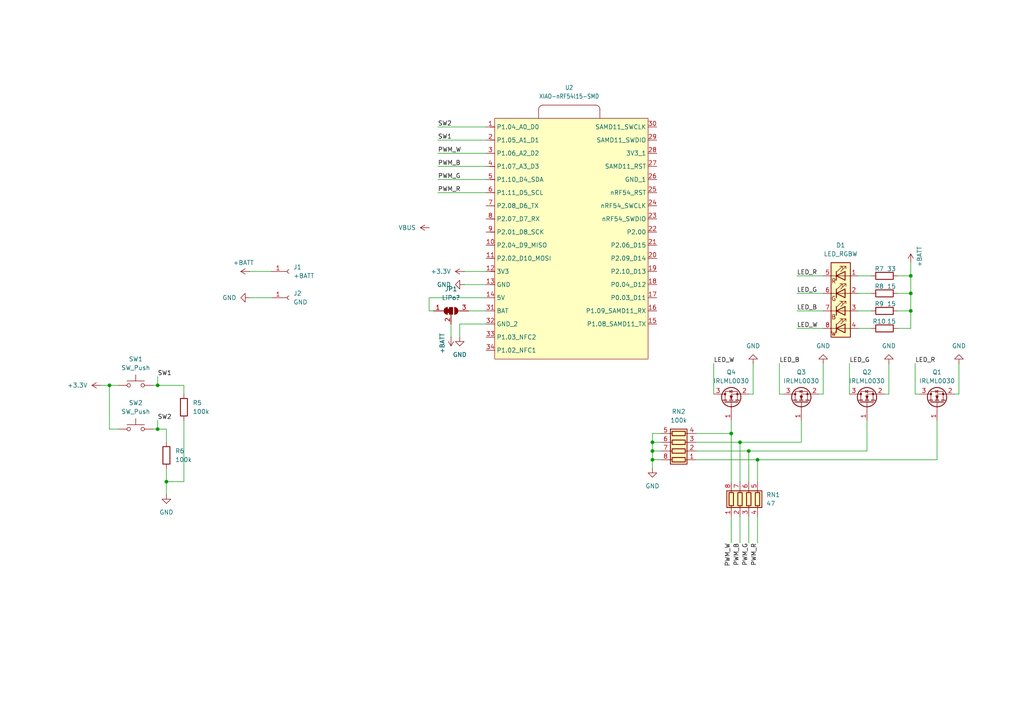
<source format=kicad_sch>
(kicad_sch (version 20250114) (generator "eeschema") (generator_version "9.0")
  (paper "A4")
  (title_block (title "LightStick Main"))
  (lib_symbols
    (symbol "Connector:Conn_01x01_Socket" (pin_names (offset 1.016) (hide yes))
      (property "Reference" "J" (at 0 2.54 0))
      (property "Value" "Conn_01x01_Socket" (at 0 -2.54 0))
      (symbol "Conn_01x01_Socket_1_1"
        (polyline (pts (xy -1.27 0) (xy -0.508 0)) (stroke (width 0.1524)))
        (arc (start 0 -0.508) (mid -0.5058 0) (end 0 0.508) (stroke (width 0.1524)))
        (pin passive line (at -5.08 0 0) (length 3.81) (name "Pin_1") (number "1"))
      )
    )
    (symbol "Device:R" (pin_numbers (hide yes)) (pin_names (offset 0))
      (property "Reference" "R" (at 2.032 0 90))
      (property "Value" "R" (at 0 0 90))
      (symbol "R_0_1"
        (rectangle (start -1.016 -2.54) (end 1.016 2.54) (stroke (width 0.254)))
      )
      (symbol "R_1_1"
        (pin passive line (at 0 3.81 270) (length 1.27) (name "~") (number "1"))
        (pin passive line (at 0 -3.81 90) (length 1.27) (name "~") (number "2"))
      )
    )
    (symbol "Device:R_Pack04" (pin_names (offset 0) (hide yes))
      (property "Reference" "RN" (at -7.62 0 90))
      (property "Value" "R_Pack04" (at 5.08 0 90))
      (symbol "R_Pack04_0_1"
        (rectangle (start -6.35 -2.413) (end 3.81 2.413) (stroke (width 0.254)) (fill (type background)))
        (rectangle (start -5.715 1.905) (end -4.445 -1.905) (stroke (width 0.254)))
        (polyline (pts (xy -5.08 1.905) (xy -5.08 2.54)))
        (polyline (pts (xy -5.08 -2.54) (xy -5.08 -1.905)))
        (rectangle (start -3.175 1.905) (end -1.905 -1.905) (stroke (width 0.254)))
        (polyline (pts (xy -2.54 1.905) (xy -2.54 2.54)))
        (polyline (pts (xy -2.54 -2.54) (xy -2.54 -1.905)))
        (rectangle (start -0.635 1.905) (end 0.635 -1.905) (stroke (width 0.254)))
        (polyline (pts (xy 0 1.905) (xy 0 2.54)))
        (polyline (pts (xy 0 -2.54) (xy 0 -1.905)))
        (rectangle (start 1.905 1.905) (end 3.175 -1.905) (stroke (width 0.254)))
        (polyline (pts (xy 2.54 1.905) (xy 2.54 2.54)))
        (polyline (pts (xy 2.54 -2.54) (xy 2.54 -1.905)))
      )
      (symbol "R_Pack04_1_1"
        (pin passive line (at -5.08 5.08 270) (length 2.54) (name "R1.2") (number "8"))
        (pin passive line (at -5.08 -5.08 90) (length 2.54) (name "R1.1") (number "1"))
        (pin passive line (at -2.54 5.08 270) (length 2.54) (name "R2.2") (number "7"))
        (pin passive line (at -2.54 -5.08 90) (length 2.54) (name "R2.1") (number "2"))
        (pin passive line (at 0 5.08 270) (length 2.54) (name "R3.2") (number "6"))
        (pin passive line (at 0 -5.08 90) (length 2.54) (name "R3.1") (number "3"))
        (pin passive line (at 2.54 5.08 270) (length 2.54) (name "R4.2") (number "5"))
        (pin passive line (at 2.54 -5.08 90) (length 2.54) (name "R4.1") (number "4"))
      )
    )
    (symbol "Jumper:SolderJumper_3_Bridged12" (pin_names (offset 0) (hide yes)) (in_bom no)
      (property "Reference" "JP" (at -2.54 -2.54 0))
      (property "Value" "SolderJumper_3_Bridged12" (at 0 2.794 0))
      (symbol "SolderJumper_3_Bridged12_0_1"
        (polyline (pts (xy -2.54 0) (xy -2.032 0)))
        (polyline (pts (xy -1.016 1.016) (xy -1.016 -1.016)))
        (rectangle (start -1.016 0.508) (end -0.508 -0.508) (fill (type outline)))
        (arc (start -1.016 -1.016) (mid -2.0276 0) (end -1.016 1.016))
        (arc (start -1.016 -1.016) (mid -2.0276 0) (end -1.016 1.016) (fill (type outline)))
        (rectangle (start -0.508 1.016) (end 0.508 -1.016) (fill (type outline)))
        (polyline (pts (xy 0 -1.27) (xy 0 -1.016)))
        (arc (start 1.016 1.016) (mid 2.0276 0) (end 1.016 -1.016))
        (arc (start 1.016 1.016) (mid 2.0276 0) (end 1.016 -1.016) (fill (type outline)))
        (polyline (pts (xy 1.016 1.016) (xy 1.016 -1.016)))
        (polyline (pts (xy 2.54 0) (xy 2.032 0)))
      )
      (symbol "SolderJumper_3_Bridged12_1_1"
        (pin passive line (at -5.08 0 0) (length 2.54) (name "A") (number "1"))
        (pin passive line (at 0 -3.81 90) (length 2.54) (name "C") (number "2"))
        (pin passive line (at 5.08 0 180) (length 2.54) (name "B") (number "3"))
      )
    )
    (symbol "Seeed_Studio_XIAO_Series:XIAO-nRF54l15-SMD"
      (property "Reference" "U21" (at -0.0381 38.1 0))
      (property "Value" "XIAO-nRF54l15-SMD" (at -2.032 -39.116 0))
      (symbol "XIAO-nRF54l15-SMD_0_1"
        (rectangle (start -21.59 33.02) (end 22.86 -36.83) (fill (type background)))
      )
      (symbol "XIAO-nRF54l15-SMD_1_0"
        (polyline (pts (xy -22.86 3.81) (xy -21.59 3.81)) (stroke (width 0.1524)))
        (polyline (pts (xy -22.86 0) (xy -21.59 0)) (stroke (width 0.1524)))
        (polyline (pts (xy -22.86 -3.81) (xy -21.59 -3.81)) (stroke (width 0.1524)))
        (polyline (pts (xy -22.86 -7.62) (xy -21.59 -7.62)) (stroke (width 0.1524)))
        (polyline (pts (xy -22.86 -11.43) (xy -21.59 -11.43)) (stroke (width 0.1524)))
        (polyline (pts (xy -22.86 -15.24) (xy -21.59 -15.24)) (stroke (width 0.1524)))
        (polyline (pts (xy -22.86 -19.05) (xy -21.59 -19.05)) (stroke (width 0.1524)))
        (polyline (pts (xy -21.59 30.48) (xy -22.86 30.48)) (stroke (width 0.1524)))
        (polyline (pts (xy -21.59 26.67) (xy -22.86 26.67)) (stroke (width 0.1524)))
        (polyline (pts (xy -21.59 22.86) (xy -22.86 22.86)) (stroke (width 0.1524)))
        (polyline (pts (xy -21.59 19.05) (xy -22.86 19.05)) (stroke (width 0.1524)))
        (polyline (pts (xy -21.59 15.24) (xy -22.86 15.24)) (stroke (width 0.1524)))
        (polyline (pts (xy -21.59 11.43) (xy -22.86 11.43)) (stroke (width 0.1524)))
        (polyline (pts (xy -21.59 7.62) (xy -22.86 7.62)) (stroke (width 0.1524)))
        (pin passive line (at -24.13 30.48 0) (length 2.54) (name "P1.04_A0_D0") (number "1"))
        (pin passive line (at -24.13 26.67 0) (length 2.54) (name "P1.05_A1_D1") (number "2"))
        (pin passive line (at -24.13 22.86 0) (length 2.54) (name "P1.06_A2_D2") (number "3"))
        (pin passive line (at -24.13 19.05 0) (length 2.54) (name "P1.07_A3_D3") (number "4"))
        (pin passive line (at -24.13 15.24 0) (length 2.54) (name "P1.10_D4_SDA") (number "5"))
        (pin passive line (at -24.13 11.43 0) (length 2.54) (name "P1.11_D5_SCL") (number "6"))
        (pin passive line (at -24.13 7.62 0) (length 2.54) (name "P2.08_D6_TX") (number "7"))
        (pin passive line (at -24.13 3.81 0) (length 2.54) (name "P2.07_D7_RX") (number "8"))
        (pin passive line (at -24.13 0 0) (length 2.54) (name "P2.01_D8_SCK") (number "9"))
        (pin passive line (at -24.13 -3.81 0) (length 2.54) (name "P2.04_D9_MISO") (number "10"))
        (pin passive line (at -24.13 -7.62 0) (length 2.54) (name "P2.02_D10_MOSI") (number "11"))
        (pin passive line (at -24.13 -11.43 0) (length 2.54) (name "3V3") (number "12"))
        (pin passive line (at -24.13 -15.24 0) (length 2.54) (name "GND") (number "13"))
        (pin passive line (at -24.13 -19.05 0) (length 2.54) (name "5V") (number "14"))
      )
      (symbol "XIAO-nRF54l15-SMD_1_1"
        (polyline (pts (xy -8.89 35.56) (xy -8.89 33.02)))
        (polyline (pts (xy -7.62 36.83) (xy 7.62 36.83)))
        (arc (start -8.89 35.56) (mid -8.518 36.458) (end -7.62 36.83))
        (arc (start 7.62 36.83) (mid 7.62 36.83) (end 7.62 36.83))
        (arc (start 7.62 36.83) (mid 8.518 36.458) (end 8.89 35.56))
        (polyline (pts (xy 8.89 35.56) (xy 8.89 33.02)))
        (arc (start 8.89 35.56) (mid 8.89 35.56) (end 8.89 35.56))
        (pin passive line (at -24.13 -22.86 0) (length 2.54) (name "BAT") (number "31"))
        (pin passive line (at -24.13 -26.67 0) (length 2.54) (name "GND_2") (number "32"))
        (pin passive line (at -24.13 -30.48 0) (length 2.54) (name "P1.03_NFC2") (number "33"))
        (pin passive line (at -24.13 -34.29 0) (length 2.54) (name "P1.02_NFC1") (number "34"))
        (pin passive line (at 25.4 30.48 180) (length 2.54) (name "SAMD11_SWCLK") (number "30"))
        (pin passive line (at 25.4 26.67 180) (length 2.54) (name "SAMD11_SWDIO") (number "29"))
        (pin passive line (at 25.4 22.86 180) (length 2.54) (name "3V3_1") (number "28"))
        (pin passive line (at 25.4 19.05 180) (length 2.54) (name "SAMD11_RST") (number "27"))
        (pin passive line (at 25.4 15.24 180) (length 2.54) (name "GND_1") (number "26"))
        (pin passive line (at 25.4 11.43 180) (length 2.54) (name "nRF54_RST") (number "25"))
        (pin passive line (at 25.4 7.62 180) (length 2.54) (name "nRF54_SWCLK") (number "24"))
        (pin passive line (at 25.4 3.81 180) (length 2.54) (name "nRF54_SWDIO") (number "23"))
        (pin passive line (at 25.4 0 180) (length 2.54) (name "P2.00") (number "22"))
        (pin passive line (at 25.4 -3.81 180) (length 2.54) (name "P2.06_D15") (number "21"))
        (pin passive line (at 25.4 -7.62 180) (length 2.54) (name "P2.09_D14") (number "20"))
        (pin passive line (at 25.4 -11.43 180) (length 2.54) (name "P2.10_D13") (number "19"))
        (pin passive line (at 25.4 -15.24 180) (length 2.54) (name "P0.04_D12") (number "18"))
        (pin passive line (at 25.4 -19.05 180) (length 2.54) (name "P0.03_D11") (number "17"))
        (pin passive line (at 25.4 -22.86 180) (length 2.54) (name "P1.09_SAMD11_RX") (number "16"))
        (pin passive line (at 25.4 -26.67 180) (length 2.54) (name "P1.08_SAMD11_TX") (number "15"))
      )
    )
    (symbol "Switch:SW_Push" (pin_numbers (hide yes)) (pin_names (offset 1.016) (hide yes))
      (property "Reference" "SW" (at 1.27 2.54 0))
      (property "Value" "SW_Push" (at 0 -1.524 0))
      (symbol "SW_Push_0_1"
        (circle (center -2.032 0) (radius 0.508))
        (polyline (pts (xy 0 1.27) (xy 0 3.048)))
        (circle (center 2.032 0) (radius 0.508))
        (polyline (pts (xy 2.54 1.27) (xy -2.54 1.27)))
        (pin passive line (at -5.08 0 0) (length 2.54) (name "1") (number "1"))
        (pin passive line (at 5.08 0 180) (length 2.54) (name "2") (number "2"))
      )
    )
    (symbol "Transistor_FET:IRLML0030" (pin_names (offset 0) (hide yes))
      (property "Reference" "Q" (at 5.08 1.905 0))
      (property "Value" "IRLML0030" (at 5.08 0 0))
      (symbol "IRLML0030_0_1"
        (polyline (pts (xy 0.254 1.905) (xy 0.254 -1.905)) (stroke (width 0.254)))
        (polyline (pts (xy 0.254 0) (xy -2.54 0)))
        (polyline (pts (xy 0.762 2.286) (xy 0.762 1.27)) (stroke (width 0.254)))
        (polyline (pts (xy 0.762 0.508) (xy 0.762 -0.508)) (stroke (width 0.254)))
        (polyline (pts (xy 0.762 -1.27) (xy 0.762 -2.286)) (stroke (width 0.254)))
        (polyline (pts (xy 0.762 -1.778) (xy 3.302 -1.778) (xy 3.302 1.778) (xy 0.762 1.778)))
        (polyline (pts (xy 1.016 0) (xy 2.032 0.381) (xy 2.032 -0.381) (xy 1.016 0)) (fill (type outline)))
        (circle (center 1.651 0) (radius 2.794) (stroke (width 0.254)))
        (polyline (pts (xy 2.54 2.54) (xy 2.54 1.778)))
        (circle (center 2.54 1.778) (radius 0.254) (fill (type outline)))
        (circle (center 2.54 -1.778) (radius 0.254) (fill (type outline)))
        (polyline (pts (xy 2.54 -2.54) (xy 2.54 0) (xy 0.762 0)))
        (polyline (pts (xy 2.921 0.381) (xy 3.683 0.381)))
        (polyline (pts (xy 3.302 0.381) (xy 2.921 -0.254) (xy 3.683 -0.254) (xy 3.302 0.381)))
      )
      (symbol "IRLML0030_1_1"
        (pin input line (at -5.08 0 0) (length 2.54) (name "G") (number "1"))
        (pin passive line (at 2.54 5.08 270) (length 2.54) (name "D") (number "3"))
        (pin passive line (at 2.54 -5.08 90) (length 2.54) (name "S") (number "2"))
      )
    )
    (symbol "parts:LED_RGBW" (pin_names (offset 0) (hide yes))
      (property "Reference" "D" (at 0 15.24 0))
      (property "Value" "LED_RGBW" (at 0 -8.89 0))
      (symbol "LED_RGBW_0_0"
        (text "R" (at -2.032 8.636 0) (effects (font (size 1.27 1.27))))
        (text "G" (at -2.032 3.556 0) (effects (font (size 1.27 1.27))))
        (text "B" (at -2.032 -1.778 0) (effects (font (size 1.27 1.27))))
      )
      (symbol "LED_RGBW_0_1"
        (rectangle (start -2.794 13.97) (end 2.794 -7.62) (stroke (width 0.254)) (fill (type background)))
        (polyline (pts (xy -1.27 11.43) (xy -1.27 8.89)) (stroke (width 0.254)))
        (polyline (pts (xy -1.27 10.16) (xy -2.54 10.16)))
        (polyline (pts (xy -1.27 10.16) (xy 1.27 10.16)))
        (polyline (pts (xy -1.27 6.35) (xy -1.27 3.81)) (stroke (width 0.254)))
        (polyline (pts (xy -1.27 6.35) (xy -1.27 3.81) (xy -1.27 3.81)))
        (polyline (pts (xy -1.27 5.08) (xy -2.54 5.08)))
        (polyline (pts (xy -1.27 5.08) (xy 1.27 5.08)))
        (polyline (pts (xy -1.27 1.27) (xy -1.27 -1.27)) (stroke (width 0.254)))
        (polyline (pts (xy -1.27 1.27) (xy -1.27 -1.27) (xy -1.27 -1.27)))
        (polyline (pts (xy -1.27 0) (xy -2.54 0)))
        (polyline (pts (xy -1.27 -3.81) (xy -1.27 -6.35)) (stroke (width 0.254)))
        (polyline (pts (xy -1.27 -5.08) (xy -2.54 -5.08)))
        (polyline (pts (xy -1.27 -5.08) (xy 1.27 -5.08)))
        (polyline (pts (xy -1.016 11.43) (xy 0.508 12.954) (xy -0.254 12.954) (xy 0.508 12.954) (xy 0.508 12.192)))
        (polyline (pts (xy -1.016 6.35) (xy 0.508 7.874) (xy -0.254 7.874) (xy 0.508 7.874) (xy 0.508 7.112)))
        (polyline (pts (xy -1.016 1.27) (xy 0.508 2.794) (xy -0.254 2.794) (xy 0.508 2.794) (xy 0.508 2.032)))
        (polyline (pts (xy -1.016 -3.81) (xy 0.508 -2.286) (xy -0.254 -2.286) (xy 0.508 -2.286) (xy 0.508 -3.048)))
        (polyline (pts (xy 0 11.43) (xy 1.524 12.954) (xy 0.762 12.954) (xy 1.524 12.954) (xy 1.524 12.192)))
        (polyline (pts (xy 0 6.35) (xy 1.524 7.874) (xy 0.762 7.874) (xy 1.524 7.874) (xy 1.524 7.112)))
        (polyline (pts (xy 0 1.27) (xy 1.524 2.794) (xy 0.762 2.794) (xy 1.524 2.794) (xy 1.524 2.032)))
        (polyline (pts (xy 0 -3.81) (xy 1.524 -2.286) (xy 0.762 -2.286) (xy 1.524 -2.286) (xy 1.524 -3.048)))
        (polyline (pts (xy 1.27 11.43) (xy 1.27 8.89) (xy -1.27 10.16) (xy 1.27 11.43)) (stroke (width 0.254)))
        (polyline (pts (xy 1.27 10.16) (xy 2.54 10.16)))
        (polyline (pts (xy 1.27 6.35) (xy 1.27 3.81) (xy -1.27 5.08) (xy 1.27 6.35)) (stroke (width 0.254)))
        (rectangle (start 1.27 6.35) (end 1.27 6.35))
        (polyline (pts (xy 1.27 5.08) (xy 2.54 5.08)))
        (rectangle (start 1.27 3.81) (end 1.27 6.35))
        (polyline (pts (xy 1.27 1.27) (xy 1.27 -1.27) (xy -1.27 0) (xy 1.27 1.27)) (stroke (width 0.254)))
        (rectangle (start 1.27 1.27) (end 1.27 1.27))
        (polyline (pts (xy 1.27 0) (xy -1.27 0)))
        (polyline (pts (xy 1.27 0) (xy 2.54 0)))
        (rectangle (start 1.27 -1.27) (end 1.27 1.27))
        (polyline (pts (xy 1.27 -3.81) (xy 1.27 -6.35) (xy -1.27 -5.08) (xy 1.27 -3.81)) (stroke (width 0.254)))
        (polyline (pts (xy 1.27 -5.08) (xy 2.54 -5.08)))
      )
      (symbol "LED_RGBW_1_1"
        (text "W" (at -2.032 -6.604 0) (effects (font (size 1.27 1.27))))
        (pin passive line (at -5.08 10.16 0) (length 2.54) (name "RK") (number "5"))
        (pin passive line (at -5.08 5.08 0) (length 2.54) (name "GK") (number "6"))
        (pin passive line (at -5.08 0 0) (length 2.54) (name "BK") (number "7"))
        (pin passive line (at -5.08 -5.08 0) (length 2.54) (name "WK") (number "8"))
        (pin passive line (at 5.08 10.16 180) (length 2.54) (name "RA") (number "1"))
        (pin passive line (at 5.08 5.08 180) (length 2.54) (name "GA") (number "2"))
        (pin passive line (at 5.08 0 180) (length 2.54) (name "BA") (number "3"))
        (pin passive line (at 5.08 -5.08 180) (length 2.54) (name "WA") (number "4"))
      )
    )
    (symbol "power:+3.3V" (power) (pin_numbers (hide yes)) (pin_names (offset 0) (hide yes))
      (property "Value" "+3.3V" (at 0 3.556 0))
      (symbol "+3.3V_0_1"
        (polyline (pts (xy -0.762 1.27) (xy 0 2.54)))
        (polyline (pts (xy 0 2.54) (xy 0.762 1.27)))
        (polyline (pts (xy 0 0) (xy 0 2.54)))
      )
      (symbol "+3.3V_1_1"
        (pin power_in line (at 0 0 90) (length 0) (name "~") (number "1"))
      )
    )
    (symbol "power:+BATT" (power) (pin_numbers (hide yes)) (pin_names (offset 0) (hide yes))
      (property "Value" "+BATT" (at 0 3.556 0))
      (symbol "+BATT_0_1"
        (polyline (pts (xy -0.762 1.27) (xy 0 2.54)))
        (polyline (pts (xy 0 2.54) (xy 0.762 1.27)))
        (polyline (pts (xy 0 0) (xy 0 2.54)))
      )
      (symbol "+BATT_1_1"
        (pin power_in line (at 0 0 90) (length 0) (name "~") (number "1"))
      )
    )
    (symbol "power:GND" (power) (pin_numbers (hide yes)) (pin_names (offset 0) (hide yes))
      (property "Value" "GND" (at 0 -3.81 0))
      (symbol "GND_0_1"
        (polyline (pts (xy 0 0) (xy 0 -1.27) (xy 1.27 -1.27) (xy 0 -2.54) (xy -1.27 -1.27) (xy 0 -1.27)))
      )
      (symbol "GND_1_1"
        (pin power_in line (at 0 0 270) (length 0) (name "~") (number "1"))
      )
    )
    (symbol "power:VBUS" (power) (pin_numbers (hide yes)) (pin_names (offset 0) (hide yes))
      (property "Value" "VBUS" (at 0 3.556 0))
      (symbol "VBUS_0_1"
        (polyline (pts (xy -0.762 1.27) (xy 0 2.54)))
        (polyline (pts (xy 0 2.54) (xy 0.762 1.27)))
        (polyline (pts (xy 0 0) (xy 0 2.54)))
      )
      (symbol "VBUS_1_1"
        (pin power_in line (at 0 0 90) (length 0) (name "~") (number "1"))
      )
    )
  )
  (junction (at 189.23 130.81))
  (junction (at 219.71 133.35))
  (junction (at 45.72 111.76))
  (junction (at 212.09 125.73))
  (junction (at 189.23 133.35))
  (junction (at 264.16 85.09))
  (junction (at 264.16 80.01))
  (junction (at 48.26 139.7))
  (junction (at 45.72 124.46))
  (junction (at 264.16 90.17))
  (junction (at 31.75 111.76))
  (junction (at 189.23 128.27))
  (junction (at 214.63 128.27))
  (junction (at 217.17 130.81))
  (wire (pts (xy 218.44 114.3) (xy 217.17 114.3)))
  (wire (pts (xy 127 48.26) (xy 140.97 48.26)))
  (wire (pts (xy 214.63 128.27) (xy 214.63 139.7)))
  (wire (pts (xy 127 36.83) (xy 140.97 36.83)))
  (wire (pts (xy 134.62 78.74) (xy 140.97 78.74)))
  (wire (pts (xy 72.39 86.36) (xy 78.74 86.36)))
  (wire (pts (xy 189.23 128.27) (xy 189.23 130.81)))
  (wire (pts (xy 231.14 80.01) (xy 238.76 80.01)))
  (wire (pts (xy 201.93 128.27) (xy 214.63 128.27)))
  (wire (pts (xy 257.81 105.41) (xy 257.81 114.3)))
  (wire (pts (xy 133.35 97.79) (xy 133.35 93.98)))
  (wire (pts (xy 260.35 85.09) (xy 264.16 85.09)))
  (wire (pts (xy 29.21 111.76) (xy 31.75 111.76)))
  (wire (pts (xy 214.63 157.48) (xy 214.63 149.86)))
  (wire (pts (xy 231.14 95.25) (xy 238.76 95.25)))
  (wire (pts (xy 231.14 85.09) (xy 238.76 85.09)))
  (wire (pts (xy 191.77 130.81) (xy 189.23 130.81)))
  (wire (pts (xy 248.92 90.17) (xy 252.73 90.17)))
  (wire (pts (xy 130.81 97.79) (xy 130.81 93.98)))
  (wire (pts (xy 191.77 128.27) (xy 189.23 128.27)))
  (wire (pts (xy 278.13 105.41) (xy 278.13 114.3)))
  (wire (pts (xy 226.06 114.3) (xy 227.33 114.3)))
  (wire (pts (xy 135.89 90.17) (xy 140.97 90.17)))
  (wire (pts (xy 189.23 133.35) (xy 189.23 135.89)))
  (wire (pts (xy 45.72 109.22) (xy 45.72 111.76)))
  (wire (pts (xy 217.17 157.48) (xy 217.17 149.86)))
  (wire (pts (xy 264.16 80.01) (xy 264.16 76.2)))
  (wire (pts (xy 214.63 128.27) (xy 232.41 128.27)))
  (wire (pts (xy 217.17 130.81) (xy 251.46 130.81)))
  (wire (pts (xy 201.93 133.35) (xy 219.71 133.35)))
  (wire (pts (xy 231.14 90.17) (xy 238.76 90.17)))
  (wire (pts (xy 219.71 133.35) (xy 271.78 133.35)))
  (wire (pts (xy 48.26 139.7) (xy 48.26 143.51)))
  (wire (pts (xy 189.23 130.81) (xy 189.23 133.35)))
  (wire (pts (xy 212.09 125.73) (xy 212.09 121.92)))
  (wire (pts (xy 133.35 93.98) (xy 140.97 93.98)))
  (wire (pts (xy 31.75 124.46) (xy 31.75 111.76)))
  (wire (pts (xy 201.93 130.81) (xy 217.17 130.81)))
  (wire (pts (xy 45.72 124.46) (xy 48.26 124.46)))
  (wire (pts (xy 48.26 139.7) (xy 48.26 135.89)))
  (wire (pts (xy 219.71 157.48) (xy 219.71 149.86)))
  (wire (pts (xy 264.16 90.17) (xy 264.16 95.25)))
  (wire (pts (xy 260.35 80.01) (xy 264.16 80.01)))
  (wire (pts (xy 191.77 133.35) (xy 189.23 133.35)))
  (wire (pts (xy 257.81 114.3) (xy 256.54 114.3)))
  (wire (pts (xy 218.44 105.41) (xy 218.44 114.3)))
  (wire (pts (xy 53.34 139.7) (xy 48.26 139.7)))
  (wire (pts (xy 48.26 124.46) (xy 48.26 128.27)))
  (wire (pts (xy 127 55.88) (xy 140.97 55.88)))
  (wire (pts (xy 127 44.45) (xy 140.97 44.45)))
  (wire (pts (xy 31.75 111.76) (xy 34.29 111.76)))
  (wire (pts (xy 271.78 133.35) (xy 271.78 121.92)))
  (wire (pts (xy 124.46 86.36) (xy 124.46 90.17)))
  (wire (pts (xy 140.97 86.36) (xy 124.46 86.36)))
  (wire (pts (xy 72.39 78.74) (xy 78.74 78.74)))
  (wire (pts (xy 238.76 105.41) (xy 238.76 114.3)))
  (wire (pts (xy 34.29 124.46) (xy 31.75 124.46)))
  (wire (pts (xy 207.01 105.41) (xy 207.01 114.3)))
  (wire (pts (xy 212.09 125.73) (xy 212.09 139.7)))
  (wire (pts (xy 212.09 157.48) (xy 212.09 149.86)))
  (wire (pts (xy 44.45 111.76) (xy 45.72 111.76)))
  (wire (pts (xy 248.92 95.25) (xy 252.73 95.25)))
  (wire (pts (xy 127 40.64) (xy 140.97 40.64)))
  (wire (pts (xy 45.72 121.92) (xy 45.72 124.46)))
  (wire (pts (xy 248.92 80.01) (xy 252.73 80.01)))
  (wire (pts (xy 53.34 111.76) (xy 53.34 114.3)))
  (wire (pts (xy 238.76 114.3) (xy 237.49 114.3)))
  (wire (pts (xy 53.34 121.92) (xy 53.34 139.7)))
  (wire (pts (xy 265.43 105.41) (xy 265.43 114.3)))
  (wire (pts (xy 44.45 124.46) (xy 45.72 124.46)))
  (wire (pts (xy 232.41 128.27) (xy 232.41 121.92)))
  (wire (pts (xy 134.62 82.55) (xy 140.97 82.55)))
  (wire (pts (xy 191.77 125.73) (xy 189.23 125.73)))
  (wire (pts (xy 246.38 105.41) (xy 246.38 114.3)))
  (wire (pts (xy 251.46 130.81) (xy 251.46 121.92)))
  (wire (pts (xy 124.46 90.17) (xy 125.73 90.17)))
  (wire (pts (xy 189.23 125.73) (xy 189.23 128.27)))
  (wire (pts (xy 260.35 95.25) (xy 264.16 95.25)))
  (wire (pts (xy 248.92 85.09) (xy 252.73 85.09)))
  (wire (pts (xy 226.06 105.41) (xy 226.06 114.3)))
  (wire (pts (xy 45.72 111.76) (xy 53.34 111.76)))
  (wire (pts (xy 217.17 130.81) (xy 217.17 139.7)))
  (wire (pts (xy 264.16 85.09) (xy 264.16 90.17)))
  (wire (pts (xy 265.43 114.3) (xy 266.7 114.3)))
  (wire (pts (xy 264.16 85.09) (xy 264.16 80.01)))
  (wire (pts (xy 278.13 114.3) (xy 276.86 114.3)))
  (wire (pts (xy 260.35 90.17) (xy 264.16 90.17)))
  (wire (pts (xy 219.71 133.35) (xy 219.71 139.7)))
  (wire (pts (xy 127 52.07) (xy 140.97 52.07)))
  (wire (pts (xy 201.93 125.73) (xy 212.09 125.73)))
  (label "PWM_W" (at 127 44.45 0))
  (label "LED_B" (at 226.06 105.41 0))
  (label "LED_G" (at 246.38 105.41 0))
  (label "LED_B" (at 231.14 90.17 0))
  (label "PWM_B" (at 127 48.26 0))
  (label "PWM_B" (at 214.63 157.48 270))
  (label "PWM_G" (at 127 52.07 0))
  (label "LED_W" (at 207.01 105.41 0))
  (label "SW2" (at 127 36.83 0))
  (label "PWM_G" (at 217.17 157.48 270))
  (label "LED_R" (at 265.43 105.41 0))
  (label "PWM_R" (at 219.71 157.48 270))
  (label "SW1" (at 45.72 109.22 0))
  (label "SW1" (at 127 40.64 0))
  (label "LED_W" (at 231.14 95.25 0))
  (label "PWM_W" (at 212.09 157.48 270))
  (label "LED_G" (at 231.14 85.09 0))
  (label "LED_R" (at 231.14 80.01 0))
  (label "SW2" (at 45.72 121.92 0))
  (label "PWM_R" (at 127 55.88 0))
  (symbol (lib_id "parts:LED_RGBW") (at 243.84 90.17 0) (unit 1)
    (property "Reference" "D1" (at 243.84 71.12 0))
    (property "Value" "LED_RGBW" (at 243.84 73.66 0))
    (property "Footprint" "parts:XL-5050RGBW" (effects (hide yes)))
    (property "Description" "RGB LED, anode/blue/green/red" (effects (hide yes)))
  )
  (symbol (lib_id "power:GND") (at 257.81 105.41 180) (unit 1)
    (property "Reference" "#PWR013" (effects (hide yes)))
    (property "Value" "GND" (at 257.81 100.33 0))
    (property "Description" "Power symbol creates a global label with name \"GND\" , ground" (effects (hide yes)))
  )
  (symbol (lib_id "Device:R") (at 48.26 132.08 0) (unit 1)
    (property "Reference" "R6" (at 50.8 130.8099 0) (effects (justify left)))
    (property "Value" "100k" (at 50.8 133.3499 0) (effects (justify left)))
    (property "Footprint" "Resistor_SMD:R_0603_1608Metric_Pad0.98x0.95mm_HandSolder" (effects (hide yes)))
    (property "Description" "Resistor" (effects (hide yes)))
  )
  (symbol (lib_id "Seeed_Studio_XIAO_Series:XIAO-nRF54l15-SMD") (at 165.1 67.31 0) (unit 1)
    (property "Reference" "U2" (at 165.0619 25.4 0) (effects (font (size 1.27 1.0795))))
    (property "Value" "XIAO-nRF54l15-SMD" (at 165.0619 27.94 0) (effects (font (size 1.27 1.0795))))
    (property "Footprint" "parts:XIAO-nRF54l15-SMD" (effects (hide yes)))
  )
  (symbol (lib_id "power:+BATT") (at 264.16 76.2 0) (unit 1)
    (property "Reference" "#PWR010" (effects (hide yes)))
    (property "Value" "+BATT" (at 266.7 74.422 90))
    (property "Description" "Power symbol creates a global label with name \"+BATT\"" (effects (hide yes)))
  )
  (symbol (lib_id "Transistor_FET:IRLML0030") (at 232.41 116.84 90) (unit 1)
    (property "Reference" "Q3" (at 232.41 107.95 90))
    (property "Value" "IRLML0030" (at 232.41 110.49 90))
    (property "Footprint" "Package_TO_SOT_SMD:SOT-23" (effects (hide yes)))
    (property "Datasheet" "https://www.infineon.com/dgdl/irlml0030pbf.pdf?fileId=5546d462533600a401535664773825df" (effects (hide yes)))
    (property "Description" "5.3A Id, 30V Vds, 27mOhm Rds, N-Channel HEXFET Power MOSFET, SOT-23" (effects (hide yes)))
  )
  (symbol (lib_id "power:+3.3V") (at 134.62 78.74 90) (unit 1)
    (property "Reference" "#PWR09" (effects (hide yes)))
    (property "Value" "+3.3V" (at 130.81 78.7399 90) (effects (justify left)))
    (property "Description" "Power symbol creates a global label with name \"+3.3V\"" (effects (hide yes)))
  )
  (symbol (lib_id "Device:R_Pack04") (at 217.17 144.78 0) (unit 1)
    (property "Reference" "RN1" (at 222.25 143.5099 0) (effects (justify left)))
    (property "Value" "47" (at 222.25 146.0499 0) (effects (justify left)))
    (property "Footprint" "Resistor_SMD:R_Array_Concave_4x0603" (effects (hide yes)))
    (property "Description" "4 resistor network, parallel topology" (effects (hide yes)))
  )
  (symbol (lib_id "power:GND") (at 48.26 143.51 0) (unit 1)
    (property "Reference" "#PWR07" (effects (hide yes)))
    (property "Value" "GND" (at 48.26 148.59 0))
    (property "Description" "Power symbol creates a global label with name \"GND\" , ground" (effects (hide yes)))
  )
  (symbol (lib_id "power:GND") (at 218.44 105.41 180) (unit 1)
    (property "Reference" "#PWR011" (effects (hide yes)))
    (property "Value" "GND" (at 218.44 100.33 0))
    (property "Description" "Power symbol creates a global label with name \"GND\" , ground" (effects (hide yes)))
  )
  (symbol (lib_id "power:GND") (at 72.39 86.36 270) (unit 1)
    (property "Reference" "#PWR05" (effects (hide yes)))
    (property "Value" "GND" (at 68.58 86.3599 90) (effects (justify right)))
    (property "Description" "Power symbol creates a global label with name \"GND\" , ground" (effects (hide yes)))
  )
  (symbol (lib_id "power:+3.3V") (at 29.21 111.76 90) (unit 1)
    (property "Reference" "#PWR08" (effects (hide yes)))
    (property "Value" "+3.3V" (at 25.4 111.7599 90) (effects (justify left)))
    (property "Description" "Power symbol creates a global label with name \"+3.3V\"" (effects (hide yes)))
  )
  (symbol (lib_id "Device:R") (at 256.54 95.25 90) (unit 1)
    (property "Reference" "R10" (at 255.016 93.218 90))
    (property "Value" "15" (at 258.572 93.218 90))
    (property "Footprint" "Resistor_SMD:R_0603_1608Metric_Pad0.98x0.95mm_HandSolder" (effects (hide yes)))
    (property "Description" "Resistor" (effects (hide yes)))
  )
  (symbol (lib_id "Switch:SW_Push") (at 39.37 111.76 0) (unit 1)
    (property "Reference" "SW1" (at 39.37 104.14 0))
    (property "Value" "SW_Push" (at 39.37 106.68 0))
    (property "Footprint" "Button_Switch_SMD:SW_SPST_PTS647_Sx38" (effects (hide yes)))
    (property "Description" "Push button switch, generic, two pins" (effects (hide yes)))
  )
  (symbol (lib_id "Device:R") (at 256.54 90.17 90) (unit 1)
    (property "Reference" "R9" (at 255.016 88.138 90))
    (property "Value" "15" (at 258.572 88.138 90))
    (property "Footprint" "Resistor_SMD:R_0603_1608Metric_Pad0.98x0.95mm_HandSolder" (effects (hide yes)))
    (property "Description" "Resistor" (effects (hide yes)))
  )
  (symbol (lib_id "power:GND") (at 238.76 105.41 180) (unit 1)
    (property "Reference" "#PWR012" (effects (hide yes)))
    (property "Value" "GND" (at 238.76 100.33 0))
    (property "Description" "Power symbol creates a global label with name \"GND\" , ground" (effects (hide yes)))
  )
  (symbol (lib_id "Device:R") (at 256.54 85.09 90) (unit 1)
    (property "Reference" "R8" (at 255.016 83.058 90))
    (property "Value" "15" (at 258.572 83.058 90))
    (property "Footprint" "Resistor_SMD:R_0603_1608Metric_Pad0.98x0.95mm_HandSolder" (effects (hide yes)))
    (property "Description" "Resistor" (effects (hide yes)))
  )
  (symbol (lib_id "Device:R") (at 53.34 118.11 0) (unit 1)
    (property "Reference" "R5" (at 55.88 116.8399 0) (effects (justify left)))
    (property "Value" "100k" (at 55.88 119.3799 0) (effects (justify left)))
    (property "Footprint" "Resistor_SMD:R_0603_1608Metric_Pad0.98x0.95mm_HandSolder" (effects (hide yes)))
    (property "Description" "Resistor" (effects (hide yes)))
  )
  (symbol (lib_id "Device:R") (at 256.54 80.01 90) (unit 1)
    (property "Reference" "R7" (at 255.016 77.978 90))
    (property "Value" "33" (at 258.572 77.978 90))
    (property "Footprint" "Resistor_SMD:R_0603_1608Metric_Pad0.98x0.95mm_HandSolder" (effects (hide yes)))
    (property "Description" "Resistor" (effects (hide yes)))
  )
  (symbol (lib_id "Connector:Conn_01x01_Socket") (at 83.82 78.74 0) (unit 1)
    (property "Reference" "J1" (at 85.09 77.4699 0) (effects (justify left)))
    (property "Value" "+BATT" (at 85.09 80.0099 0) (effects (justify left)))
    (property "Footprint" "TestPoint:TestPoint_Pad_D2.5mm" (effects (hide yes)))
    (property "Description" "Generic connector, single row, 01x01, script generated" (effects (hide yes)))
  )
  (symbol (lib_id "power:GND") (at 133.35 97.79 0) (unit 1)
    (property "Reference" "#PWR017" (effects (hide yes)))
    (property "Value" "GND" (at 133.35 102.87 0))
    (property "Description" "Power symbol creates a global label with name \"GND\" , ground" (effects (hide yes)))
  )
  (symbol (lib_id "power:+BATT") (at 130.81 97.79 180) (unit 1)
    (property "Reference" "#PWR01" (effects (hide yes)))
    (property "Value" "+BATT" (at 128.27 99.568 90))
    (property "Description" "Power symbol creates a global label with name \"+BATT\"" (effects (hide yes)))
  )
  (symbol (lib_id "power:+BATT") (at 72.39 78.74 90) (unit 1)
    (property "Reference" "#PWR04" (effects (hide yes)))
    (property "Value" "+BATT" (at 70.612 76.2 90))
    (property "Description" "Power symbol creates a global label with name \"+BATT\"" (effects (hide yes)))
  )
  (symbol (lib_id "power:GND") (at 189.23 135.89 0) (unit 1)
    (property "Reference" "#PWR015" (effects (hide yes)))
    (property "Value" "GND" (at 189.23 140.97 0))
    (property "Description" "Power symbol creates a global label with name \"GND\" , ground" (effects (hide yes)))
  )
  (symbol (lib_id "Switch:SW_Push") (at 39.37 124.46 0) (unit 1)
    (property "Reference" "SW2" (at 39.37 116.84 0))
    (property "Value" "SW_Push" (at 39.37 119.38 0))
    (property "Footprint" "Button_Switch_SMD:SW_SPST_PTS647_Sx38" (effects (hide yes)))
    (property "Description" "Push button switch, generic, two pins" (effects (hide yes)))
  )
  (symbol (lib_id "Jumper:SolderJumper_3_Bridged12") (at 130.81 90.17 0) (unit 1) (in_bom no)
    (property "Reference" "JP1" (at 130.81 83.82 0))
    (property "Value" "LiPo?" (at 130.81 86.36 0))
    (property "Footprint" "Jumper:SolderJumper-3_P1.3mm_Bridged12_RoundedPad1.0x1.5mm" (effects (hide yes)))
    (property "Description" "3-pole Solder Jumper, pins 1+2 closed/bridged" (effects (hide yes)))
  )
  (symbol (lib_id "Connector:Conn_01x01_Socket") (at 83.82 86.36 0) (unit 1)
    (property "Reference" "J2" (at 85.09 85.0899 0) (effects (justify left)))
    (property "Value" "GND" (at 85.09 87.6299 0) (effects (justify left)))
    (property "Footprint" "TestPoint:TestPoint_Pad_D2.5mm" (effects (hide yes)))
    (property "Description" "Generic connector, single row, 01x01, script generated" (effects (hide yes)))
  )
  (symbol (lib_id "Transistor_FET:IRLML0030") (at 271.78 116.84 90) (unit 1)
    (property "Reference" "Q1" (at 271.78 107.95 90))
    (property "Value" "IRLML0030" (at 271.78 110.49 90))
    (property "Footprint" "Package_TO_SOT_SMD:SOT-23" (effects (hide yes)))
    (property "Datasheet" "https://www.infineon.com/dgdl/irlml0030pbf.pdf?fileId=5546d462533600a401535664773825df" (effects (hide yes)))
    (property "Description" "5.3A Id, 30V Vds, 27mOhm Rds, N-Channel HEXFET Power MOSFET, SOT-23" (effects (hide yes)))
  )
  (symbol (lib_id "power:GND") (at 278.13 105.41 180) (unit 1)
    (property "Reference" "#PWR014" (effects (hide yes)))
    (property "Value" "GND" (at 278.13 100.33 0))
    (property "Description" "Power symbol creates a global label with name \"GND\" , ground" (effects (hide yes)))
  )
  (symbol (lib_id "power:VBUS") (at 124.46 66.04 90) (unit 1)
    (property "Reference" "#PWR02" (effects (hide yes)))
    (property "Value" "VBUS" (at 120.65 66.0399 90) (effects (justify left)))
    (property "Description" "Power symbol creates a global label with name \"VBUS\"" (effects (hide yes)))
  )
  (symbol (lib_id "Device:R_Pack04") (at 196.85 128.27 90) (unit 1)
    (property "Reference" "RN2" (at 196.85 119.38 90))
    (property "Value" "100k" (at 196.85 121.92 90))
    (property "Footprint" "Resistor_SMD:R_Array_Concave_4x0603" (effects (hide yes)))
    (property "Description" "4 resistor network, parallel topology" (effects (hide yes)))
  )
  (symbol (lib_id "Transistor_FET:IRLML0030") (at 251.46 116.84 90) (unit 1)
    (property "Reference" "Q2" (at 251.46 107.95 90))
    (property "Value" "IRLML0030" (at 251.46 110.49 90))
    (property "Footprint" "Package_TO_SOT_SMD:SOT-23" (effects (hide yes)))
    (property "Datasheet" "https://www.infineon.com/dgdl/irlml0030pbf.pdf?fileId=5546d462533600a401535664773825df" (effects (hide yes)))
    (property "Description" "5.3A Id, 30V Vds, 27mOhm Rds, N-Channel HEXFET Power MOSFET, SOT-23" (effects (hide yes)))
  )
  (symbol (lib_id "Transistor_FET:IRLML0030") (at 212.09 116.84 90) (unit 1)
    (property "Reference" "Q4" (at 212.09 107.95 90))
    (property "Value" "IRLML0030" (at 212.09 110.49 90))
    (property "Footprint" "Package_TO_SOT_SMD:SOT-23" (effects (hide yes)))
    (property "Datasheet" "https://www.infineon.com/dgdl/irlml0030pbf.pdf?fileId=5546d462533600a401535664773825df" (effects (hide yes)))
    (property "Description" "5.3A Id, 30V Vds, 27mOhm Rds, N-Channel HEXFET Power MOSFET, SOT-23" (effects (hide yes)))
  )
  (symbol (lib_id "power:GND") (at 134.62 82.55 270) (unit 1)
    (property "Reference" "#PWR03" (effects (hide yes)))
    (property "Value" "GND" (at 130.81 82.5499 90) (effects (justify right)))
    (property "Description" "Power symbol creates a global label with name \"GND\" , ground" (effects (hide yes)))
  )
)
</source>
